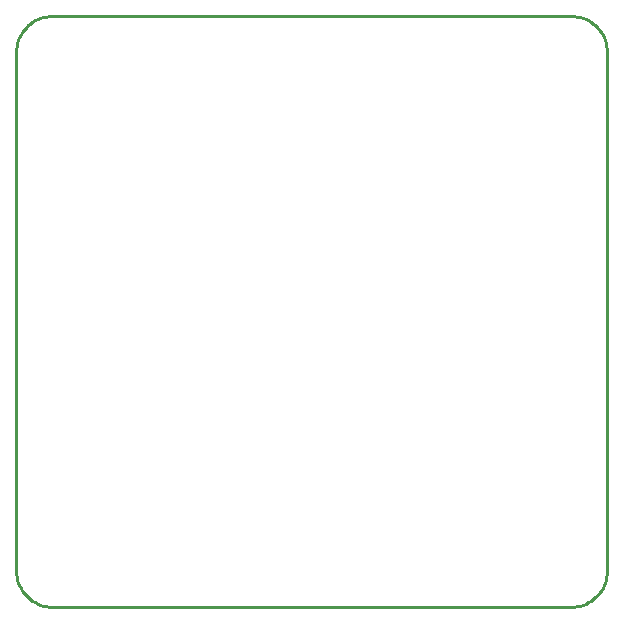
<source format=gm1>
G04*
G04 #@! TF.GenerationSoftware,Altium Limited,Altium Designer,22.11.1 (43)*
G04*
G04 Layer_Color=16711935*
%FSLAX25Y25*%
%MOIN*%
G70*
G04*
G04 #@! TF.SameCoordinates,256A903A-EE05-4266-A9F3-2A002FD68AA6*
G04*
G04*
G04 #@! TF.FilePolarity,Positive*
G04*
G01*
G75*
%ADD86C,0.01000*%
D86*
X12500Y787D02*
X12460Y1763D01*
X12339Y2731D01*
X12139Y3687D01*
X11860Y4622D01*
X11505Y5532D01*
X11077Y6409D01*
X10577Y7247D01*
X10009Y8042D01*
X9379Y8787D01*
X8688Y9477D01*
X7943Y10108D01*
X7149Y10675D01*
X6310Y11175D01*
X5433Y11604D01*
X4524Y11958D01*
X3588Y12237D01*
X2633Y12437D01*
X1664Y12558D01*
X689Y12598D01*
Y-184252D02*
X1664Y-184212D01*
X2633Y-184091D01*
X3588Y-183891D01*
X4524Y-183612D01*
X5433Y-183257D01*
X6310Y-182828D01*
X7149Y-182329D01*
X7943Y-181762D01*
X8688Y-181131D01*
X9379Y-180440D01*
X10009Y-179695D01*
X10577Y-178901D01*
X11077Y-178062D01*
X11505Y-177185D01*
X11860Y-176276D01*
X12139Y-175340D01*
X12339Y-174385D01*
X12460Y-173416D01*
X12500Y-172441D01*
X-172539Y12598D02*
X-173515Y12558D01*
X-174483Y12437D01*
X-175439Y12237D01*
X-176374Y11958D01*
X-177284Y11604D01*
X-178161Y11175D01*
X-178999Y10675D01*
X-179794Y10108D01*
X-180539Y9477D01*
X-181229Y8787D01*
X-181860Y8042D01*
X-182427Y7247D01*
X-182927Y6409D01*
X-183356Y5532D01*
X-183710Y4622D01*
X-183989Y3687D01*
X-184189Y2731D01*
X-184310Y1763D01*
X-184350Y787D01*
Y-172441D02*
X-184310Y-173416D01*
X-184189Y-174385D01*
X-183989Y-175340D01*
X-183710Y-176276D01*
X-183356Y-177185D01*
X-182927Y-178062D01*
X-182427Y-178901D01*
X-181860Y-179695D01*
X-181229Y-180440D01*
X-180539Y-181131D01*
X-179794Y-181762D01*
X-178999Y-182329D01*
X-178161Y-182828D01*
X-177284Y-183257D01*
X-176374Y-183612D01*
X-175439Y-183891D01*
X-174483Y-184091D01*
X-173515Y-184212D01*
X-172539Y-184252D01*
X689D01*
X-172539Y12598D02*
X689D01*
X12500Y-172441D02*
Y787D01*
X-184350Y-172441D02*
Y787D01*
M02*

</source>
